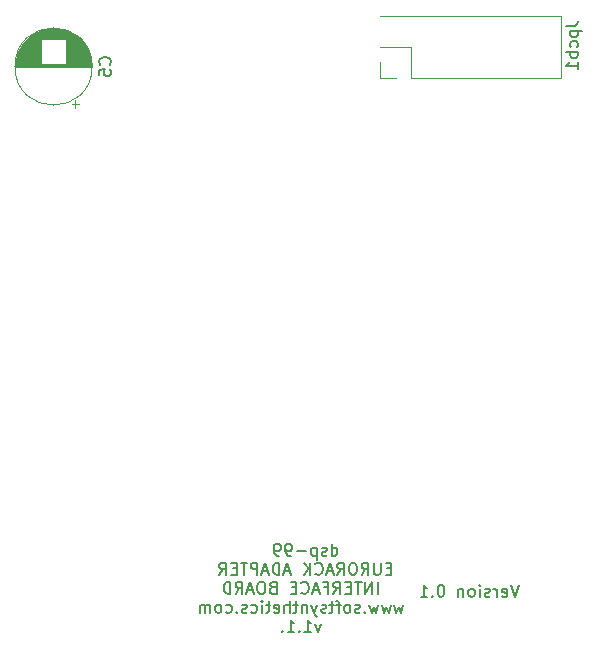
<source format=gbr>
%TF.GenerationSoftware,KiCad,Pcbnew,7.0.6*%
%TF.CreationDate,2023-10-15T17:56:32+01:00*%
%TF.ProjectId,DSP 1.1,44535020-312e-4312-9e6b-696361645f70,rev?*%
%TF.SameCoordinates,Original*%
%TF.FileFunction,Legend,Bot*%
%TF.FilePolarity,Positive*%
%FSLAX46Y46*%
G04 Gerber Fmt 4.6, Leading zero omitted, Abs format (unit mm)*
G04 Created by KiCad (PCBNEW 7.0.6) date 2023-10-15 17:56:32*
%MOMM*%
%LPD*%
G01*
G04 APERTURE LIST*
%ADD10C,0.150000*%
%ADD11C,0.120000*%
G04 APERTURE END LIST*
D10*
X78795238Y-86960319D02*
X78795238Y-85960319D01*
X78795238Y-86912700D02*
X78890476Y-86960319D01*
X78890476Y-86960319D02*
X79080952Y-86960319D01*
X79080952Y-86960319D02*
X79176190Y-86912700D01*
X79176190Y-86912700D02*
X79223809Y-86865080D01*
X79223809Y-86865080D02*
X79271428Y-86769842D01*
X79271428Y-86769842D02*
X79271428Y-86484128D01*
X79271428Y-86484128D02*
X79223809Y-86388890D01*
X79223809Y-86388890D02*
X79176190Y-86341271D01*
X79176190Y-86341271D02*
X79080952Y-86293652D01*
X79080952Y-86293652D02*
X78890476Y-86293652D01*
X78890476Y-86293652D02*
X78795238Y-86341271D01*
X78366666Y-86912700D02*
X78271428Y-86960319D01*
X78271428Y-86960319D02*
X78080952Y-86960319D01*
X78080952Y-86960319D02*
X77985714Y-86912700D01*
X77985714Y-86912700D02*
X77938095Y-86817461D01*
X77938095Y-86817461D02*
X77938095Y-86769842D01*
X77938095Y-86769842D02*
X77985714Y-86674604D01*
X77985714Y-86674604D02*
X78080952Y-86626985D01*
X78080952Y-86626985D02*
X78223809Y-86626985D01*
X78223809Y-86626985D02*
X78319047Y-86579366D01*
X78319047Y-86579366D02*
X78366666Y-86484128D01*
X78366666Y-86484128D02*
X78366666Y-86436509D01*
X78366666Y-86436509D02*
X78319047Y-86341271D01*
X78319047Y-86341271D02*
X78223809Y-86293652D01*
X78223809Y-86293652D02*
X78080952Y-86293652D01*
X78080952Y-86293652D02*
X77985714Y-86341271D01*
X77509523Y-86293652D02*
X77509523Y-87293652D01*
X77509523Y-86341271D02*
X77414285Y-86293652D01*
X77414285Y-86293652D02*
X77223809Y-86293652D01*
X77223809Y-86293652D02*
X77128571Y-86341271D01*
X77128571Y-86341271D02*
X77080952Y-86388890D01*
X77080952Y-86388890D02*
X77033333Y-86484128D01*
X77033333Y-86484128D02*
X77033333Y-86769842D01*
X77033333Y-86769842D02*
X77080952Y-86865080D01*
X77080952Y-86865080D02*
X77128571Y-86912700D01*
X77128571Y-86912700D02*
X77223809Y-86960319D01*
X77223809Y-86960319D02*
X77414285Y-86960319D01*
X77414285Y-86960319D02*
X77509523Y-86912700D01*
X76604761Y-86579366D02*
X75842857Y-86579366D01*
X75319047Y-86960319D02*
X75128571Y-86960319D01*
X75128571Y-86960319D02*
X75033333Y-86912700D01*
X75033333Y-86912700D02*
X74985714Y-86865080D01*
X74985714Y-86865080D02*
X74890476Y-86722223D01*
X74890476Y-86722223D02*
X74842857Y-86531747D01*
X74842857Y-86531747D02*
X74842857Y-86150795D01*
X74842857Y-86150795D02*
X74890476Y-86055557D01*
X74890476Y-86055557D02*
X74938095Y-86007938D01*
X74938095Y-86007938D02*
X75033333Y-85960319D01*
X75033333Y-85960319D02*
X75223809Y-85960319D01*
X75223809Y-85960319D02*
X75319047Y-86007938D01*
X75319047Y-86007938D02*
X75366666Y-86055557D01*
X75366666Y-86055557D02*
X75414285Y-86150795D01*
X75414285Y-86150795D02*
X75414285Y-86388890D01*
X75414285Y-86388890D02*
X75366666Y-86484128D01*
X75366666Y-86484128D02*
X75319047Y-86531747D01*
X75319047Y-86531747D02*
X75223809Y-86579366D01*
X75223809Y-86579366D02*
X75033333Y-86579366D01*
X75033333Y-86579366D02*
X74938095Y-86531747D01*
X74938095Y-86531747D02*
X74890476Y-86484128D01*
X74890476Y-86484128D02*
X74842857Y-86388890D01*
X74366666Y-86960319D02*
X74176190Y-86960319D01*
X74176190Y-86960319D02*
X74080952Y-86912700D01*
X74080952Y-86912700D02*
X74033333Y-86865080D01*
X74033333Y-86865080D02*
X73938095Y-86722223D01*
X73938095Y-86722223D02*
X73890476Y-86531747D01*
X73890476Y-86531747D02*
X73890476Y-86150795D01*
X73890476Y-86150795D02*
X73938095Y-86055557D01*
X73938095Y-86055557D02*
X73985714Y-86007938D01*
X73985714Y-86007938D02*
X74080952Y-85960319D01*
X74080952Y-85960319D02*
X74271428Y-85960319D01*
X74271428Y-85960319D02*
X74366666Y-86007938D01*
X74366666Y-86007938D02*
X74414285Y-86055557D01*
X74414285Y-86055557D02*
X74461904Y-86150795D01*
X74461904Y-86150795D02*
X74461904Y-86388890D01*
X74461904Y-86388890D02*
X74414285Y-86484128D01*
X74414285Y-86484128D02*
X74366666Y-86531747D01*
X74366666Y-86531747D02*
X74271428Y-86579366D01*
X74271428Y-86579366D02*
X74080952Y-86579366D01*
X74080952Y-86579366D02*
X73985714Y-86531747D01*
X73985714Y-86531747D02*
X73938095Y-86484128D01*
X73938095Y-86484128D02*
X73890476Y-86388890D01*
X83842857Y-88046509D02*
X83509524Y-88046509D01*
X83366667Y-88570319D02*
X83842857Y-88570319D01*
X83842857Y-88570319D02*
X83842857Y-87570319D01*
X83842857Y-87570319D02*
X83366667Y-87570319D01*
X82938095Y-87570319D02*
X82938095Y-88379842D01*
X82938095Y-88379842D02*
X82890476Y-88475080D01*
X82890476Y-88475080D02*
X82842857Y-88522700D01*
X82842857Y-88522700D02*
X82747619Y-88570319D01*
X82747619Y-88570319D02*
X82557143Y-88570319D01*
X82557143Y-88570319D02*
X82461905Y-88522700D01*
X82461905Y-88522700D02*
X82414286Y-88475080D01*
X82414286Y-88475080D02*
X82366667Y-88379842D01*
X82366667Y-88379842D02*
X82366667Y-87570319D01*
X81319048Y-88570319D02*
X81652381Y-88094128D01*
X81890476Y-88570319D02*
X81890476Y-87570319D01*
X81890476Y-87570319D02*
X81509524Y-87570319D01*
X81509524Y-87570319D02*
X81414286Y-87617938D01*
X81414286Y-87617938D02*
X81366667Y-87665557D01*
X81366667Y-87665557D02*
X81319048Y-87760795D01*
X81319048Y-87760795D02*
X81319048Y-87903652D01*
X81319048Y-87903652D02*
X81366667Y-87998890D01*
X81366667Y-87998890D02*
X81414286Y-88046509D01*
X81414286Y-88046509D02*
X81509524Y-88094128D01*
X81509524Y-88094128D02*
X81890476Y-88094128D01*
X80700000Y-87570319D02*
X80509524Y-87570319D01*
X80509524Y-87570319D02*
X80414286Y-87617938D01*
X80414286Y-87617938D02*
X80319048Y-87713176D01*
X80319048Y-87713176D02*
X80271429Y-87903652D01*
X80271429Y-87903652D02*
X80271429Y-88236985D01*
X80271429Y-88236985D02*
X80319048Y-88427461D01*
X80319048Y-88427461D02*
X80414286Y-88522700D01*
X80414286Y-88522700D02*
X80509524Y-88570319D01*
X80509524Y-88570319D02*
X80700000Y-88570319D01*
X80700000Y-88570319D02*
X80795238Y-88522700D01*
X80795238Y-88522700D02*
X80890476Y-88427461D01*
X80890476Y-88427461D02*
X80938095Y-88236985D01*
X80938095Y-88236985D02*
X80938095Y-87903652D01*
X80938095Y-87903652D02*
X80890476Y-87713176D01*
X80890476Y-87713176D02*
X80795238Y-87617938D01*
X80795238Y-87617938D02*
X80700000Y-87570319D01*
X79271429Y-88570319D02*
X79604762Y-88094128D01*
X79842857Y-88570319D02*
X79842857Y-87570319D01*
X79842857Y-87570319D02*
X79461905Y-87570319D01*
X79461905Y-87570319D02*
X79366667Y-87617938D01*
X79366667Y-87617938D02*
X79319048Y-87665557D01*
X79319048Y-87665557D02*
X79271429Y-87760795D01*
X79271429Y-87760795D02*
X79271429Y-87903652D01*
X79271429Y-87903652D02*
X79319048Y-87998890D01*
X79319048Y-87998890D02*
X79366667Y-88046509D01*
X79366667Y-88046509D02*
X79461905Y-88094128D01*
X79461905Y-88094128D02*
X79842857Y-88094128D01*
X78890476Y-88284604D02*
X78414286Y-88284604D01*
X78985714Y-88570319D02*
X78652381Y-87570319D01*
X78652381Y-87570319D02*
X78319048Y-88570319D01*
X77414286Y-88475080D02*
X77461905Y-88522700D01*
X77461905Y-88522700D02*
X77604762Y-88570319D01*
X77604762Y-88570319D02*
X77700000Y-88570319D01*
X77700000Y-88570319D02*
X77842857Y-88522700D01*
X77842857Y-88522700D02*
X77938095Y-88427461D01*
X77938095Y-88427461D02*
X77985714Y-88332223D01*
X77985714Y-88332223D02*
X78033333Y-88141747D01*
X78033333Y-88141747D02*
X78033333Y-87998890D01*
X78033333Y-87998890D02*
X77985714Y-87808414D01*
X77985714Y-87808414D02*
X77938095Y-87713176D01*
X77938095Y-87713176D02*
X77842857Y-87617938D01*
X77842857Y-87617938D02*
X77700000Y-87570319D01*
X77700000Y-87570319D02*
X77604762Y-87570319D01*
X77604762Y-87570319D02*
X77461905Y-87617938D01*
X77461905Y-87617938D02*
X77414286Y-87665557D01*
X76985714Y-88570319D02*
X76985714Y-87570319D01*
X76414286Y-88570319D02*
X76842857Y-87998890D01*
X76414286Y-87570319D02*
X76985714Y-88141747D01*
X75271428Y-88284604D02*
X74795238Y-88284604D01*
X75366666Y-88570319D02*
X75033333Y-87570319D01*
X75033333Y-87570319D02*
X74700000Y-88570319D01*
X74366666Y-88570319D02*
X74366666Y-87570319D01*
X74366666Y-87570319D02*
X74128571Y-87570319D01*
X74128571Y-87570319D02*
X73985714Y-87617938D01*
X73985714Y-87617938D02*
X73890476Y-87713176D01*
X73890476Y-87713176D02*
X73842857Y-87808414D01*
X73842857Y-87808414D02*
X73795238Y-87998890D01*
X73795238Y-87998890D02*
X73795238Y-88141747D01*
X73795238Y-88141747D02*
X73842857Y-88332223D01*
X73842857Y-88332223D02*
X73890476Y-88427461D01*
X73890476Y-88427461D02*
X73985714Y-88522700D01*
X73985714Y-88522700D02*
X74128571Y-88570319D01*
X74128571Y-88570319D02*
X74366666Y-88570319D01*
X73414285Y-88284604D02*
X72938095Y-88284604D01*
X73509523Y-88570319D02*
X73176190Y-87570319D01*
X73176190Y-87570319D02*
X72842857Y-88570319D01*
X72509523Y-88570319D02*
X72509523Y-87570319D01*
X72509523Y-87570319D02*
X72128571Y-87570319D01*
X72128571Y-87570319D02*
X72033333Y-87617938D01*
X72033333Y-87617938D02*
X71985714Y-87665557D01*
X71985714Y-87665557D02*
X71938095Y-87760795D01*
X71938095Y-87760795D02*
X71938095Y-87903652D01*
X71938095Y-87903652D02*
X71985714Y-87998890D01*
X71985714Y-87998890D02*
X72033333Y-88046509D01*
X72033333Y-88046509D02*
X72128571Y-88094128D01*
X72128571Y-88094128D02*
X72509523Y-88094128D01*
X71652380Y-87570319D02*
X71080952Y-87570319D01*
X71366666Y-88570319D02*
X71366666Y-87570319D01*
X70747618Y-88046509D02*
X70414285Y-88046509D01*
X70271428Y-88570319D02*
X70747618Y-88570319D01*
X70747618Y-88570319D02*
X70747618Y-87570319D01*
X70747618Y-87570319D02*
X70271428Y-87570319D01*
X69271428Y-88570319D02*
X69604761Y-88094128D01*
X69842856Y-88570319D02*
X69842856Y-87570319D01*
X69842856Y-87570319D02*
X69461904Y-87570319D01*
X69461904Y-87570319D02*
X69366666Y-87617938D01*
X69366666Y-87617938D02*
X69319047Y-87665557D01*
X69319047Y-87665557D02*
X69271428Y-87760795D01*
X69271428Y-87760795D02*
X69271428Y-87903652D01*
X69271428Y-87903652D02*
X69319047Y-87998890D01*
X69319047Y-87998890D02*
X69366666Y-88046509D01*
X69366666Y-88046509D02*
X69461904Y-88094128D01*
X69461904Y-88094128D02*
X69842856Y-88094128D01*
X82699999Y-90180319D02*
X82699999Y-89180319D01*
X82223809Y-90180319D02*
X82223809Y-89180319D01*
X82223809Y-89180319D02*
X81652381Y-90180319D01*
X81652381Y-90180319D02*
X81652381Y-89180319D01*
X81319047Y-89180319D02*
X80747619Y-89180319D01*
X81033333Y-90180319D02*
X81033333Y-89180319D01*
X80414285Y-89656509D02*
X80080952Y-89656509D01*
X79938095Y-90180319D02*
X80414285Y-90180319D01*
X80414285Y-90180319D02*
X80414285Y-89180319D01*
X80414285Y-89180319D02*
X79938095Y-89180319D01*
X78938095Y-90180319D02*
X79271428Y-89704128D01*
X79509523Y-90180319D02*
X79509523Y-89180319D01*
X79509523Y-89180319D02*
X79128571Y-89180319D01*
X79128571Y-89180319D02*
X79033333Y-89227938D01*
X79033333Y-89227938D02*
X78985714Y-89275557D01*
X78985714Y-89275557D02*
X78938095Y-89370795D01*
X78938095Y-89370795D02*
X78938095Y-89513652D01*
X78938095Y-89513652D02*
X78985714Y-89608890D01*
X78985714Y-89608890D02*
X79033333Y-89656509D01*
X79033333Y-89656509D02*
X79128571Y-89704128D01*
X79128571Y-89704128D02*
X79509523Y-89704128D01*
X78176190Y-89656509D02*
X78509523Y-89656509D01*
X78509523Y-90180319D02*
X78509523Y-89180319D01*
X78509523Y-89180319D02*
X78033333Y-89180319D01*
X77699999Y-89894604D02*
X77223809Y-89894604D01*
X77795237Y-90180319D02*
X77461904Y-89180319D01*
X77461904Y-89180319D02*
X77128571Y-90180319D01*
X76223809Y-90085080D02*
X76271428Y-90132700D01*
X76271428Y-90132700D02*
X76414285Y-90180319D01*
X76414285Y-90180319D02*
X76509523Y-90180319D01*
X76509523Y-90180319D02*
X76652380Y-90132700D01*
X76652380Y-90132700D02*
X76747618Y-90037461D01*
X76747618Y-90037461D02*
X76795237Y-89942223D01*
X76795237Y-89942223D02*
X76842856Y-89751747D01*
X76842856Y-89751747D02*
X76842856Y-89608890D01*
X76842856Y-89608890D02*
X76795237Y-89418414D01*
X76795237Y-89418414D02*
X76747618Y-89323176D01*
X76747618Y-89323176D02*
X76652380Y-89227938D01*
X76652380Y-89227938D02*
X76509523Y-89180319D01*
X76509523Y-89180319D02*
X76414285Y-89180319D01*
X76414285Y-89180319D02*
X76271428Y-89227938D01*
X76271428Y-89227938D02*
X76223809Y-89275557D01*
X75795237Y-89656509D02*
X75461904Y-89656509D01*
X75319047Y-90180319D02*
X75795237Y-90180319D01*
X75795237Y-90180319D02*
X75795237Y-89180319D01*
X75795237Y-89180319D02*
X75319047Y-89180319D01*
X73795237Y-89656509D02*
X73652380Y-89704128D01*
X73652380Y-89704128D02*
X73604761Y-89751747D01*
X73604761Y-89751747D02*
X73557142Y-89846985D01*
X73557142Y-89846985D02*
X73557142Y-89989842D01*
X73557142Y-89989842D02*
X73604761Y-90085080D01*
X73604761Y-90085080D02*
X73652380Y-90132700D01*
X73652380Y-90132700D02*
X73747618Y-90180319D01*
X73747618Y-90180319D02*
X74128570Y-90180319D01*
X74128570Y-90180319D02*
X74128570Y-89180319D01*
X74128570Y-89180319D02*
X73795237Y-89180319D01*
X73795237Y-89180319D02*
X73699999Y-89227938D01*
X73699999Y-89227938D02*
X73652380Y-89275557D01*
X73652380Y-89275557D02*
X73604761Y-89370795D01*
X73604761Y-89370795D02*
X73604761Y-89466033D01*
X73604761Y-89466033D02*
X73652380Y-89561271D01*
X73652380Y-89561271D02*
X73699999Y-89608890D01*
X73699999Y-89608890D02*
X73795237Y-89656509D01*
X73795237Y-89656509D02*
X74128570Y-89656509D01*
X72938094Y-89180319D02*
X72747618Y-89180319D01*
X72747618Y-89180319D02*
X72652380Y-89227938D01*
X72652380Y-89227938D02*
X72557142Y-89323176D01*
X72557142Y-89323176D02*
X72509523Y-89513652D01*
X72509523Y-89513652D02*
X72509523Y-89846985D01*
X72509523Y-89846985D02*
X72557142Y-90037461D01*
X72557142Y-90037461D02*
X72652380Y-90132700D01*
X72652380Y-90132700D02*
X72747618Y-90180319D01*
X72747618Y-90180319D02*
X72938094Y-90180319D01*
X72938094Y-90180319D02*
X73033332Y-90132700D01*
X73033332Y-90132700D02*
X73128570Y-90037461D01*
X73128570Y-90037461D02*
X73176189Y-89846985D01*
X73176189Y-89846985D02*
X73176189Y-89513652D01*
X73176189Y-89513652D02*
X73128570Y-89323176D01*
X73128570Y-89323176D02*
X73033332Y-89227938D01*
X73033332Y-89227938D02*
X72938094Y-89180319D01*
X72128570Y-89894604D02*
X71652380Y-89894604D01*
X72223808Y-90180319D02*
X71890475Y-89180319D01*
X71890475Y-89180319D02*
X71557142Y-90180319D01*
X70652380Y-90180319D02*
X70985713Y-89704128D01*
X71223808Y-90180319D02*
X71223808Y-89180319D01*
X71223808Y-89180319D02*
X70842856Y-89180319D01*
X70842856Y-89180319D02*
X70747618Y-89227938D01*
X70747618Y-89227938D02*
X70699999Y-89275557D01*
X70699999Y-89275557D02*
X70652380Y-89370795D01*
X70652380Y-89370795D02*
X70652380Y-89513652D01*
X70652380Y-89513652D02*
X70699999Y-89608890D01*
X70699999Y-89608890D02*
X70747618Y-89656509D01*
X70747618Y-89656509D02*
X70842856Y-89704128D01*
X70842856Y-89704128D02*
X71223808Y-89704128D01*
X70223808Y-90180319D02*
X70223808Y-89180319D01*
X70223808Y-89180319D02*
X69985713Y-89180319D01*
X69985713Y-89180319D02*
X69842856Y-89227938D01*
X69842856Y-89227938D02*
X69747618Y-89323176D01*
X69747618Y-89323176D02*
X69699999Y-89418414D01*
X69699999Y-89418414D02*
X69652380Y-89608890D01*
X69652380Y-89608890D02*
X69652380Y-89751747D01*
X69652380Y-89751747D02*
X69699999Y-89942223D01*
X69699999Y-89942223D02*
X69747618Y-90037461D01*
X69747618Y-90037461D02*
X69842856Y-90132700D01*
X69842856Y-90132700D02*
X69985713Y-90180319D01*
X69985713Y-90180319D02*
X70223808Y-90180319D01*
X84842857Y-91123652D02*
X84652381Y-91790319D01*
X84652381Y-91790319D02*
X84461905Y-91314128D01*
X84461905Y-91314128D02*
X84271429Y-91790319D01*
X84271429Y-91790319D02*
X84080953Y-91123652D01*
X83795238Y-91123652D02*
X83604762Y-91790319D01*
X83604762Y-91790319D02*
X83414286Y-91314128D01*
X83414286Y-91314128D02*
X83223810Y-91790319D01*
X83223810Y-91790319D02*
X83033334Y-91123652D01*
X82747619Y-91123652D02*
X82557143Y-91790319D01*
X82557143Y-91790319D02*
X82366667Y-91314128D01*
X82366667Y-91314128D02*
X82176191Y-91790319D01*
X82176191Y-91790319D02*
X81985715Y-91123652D01*
X81604762Y-91695080D02*
X81557143Y-91742700D01*
X81557143Y-91742700D02*
X81604762Y-91790319D01*
X81604762Y-91790319D02*
X81652381Y-91742700D01*
X81652381Y-91742700D02*
X81604762Y-91695080D01*
X81604762Y-91695080D02*
X81604762Y-91790319D01*
X81176191Y-91742700D02*
X81080953Y-91790319D01*
X81080953Y-91790319D02*
X80890477Y-91790319D01*
X80890477Y-91790319D02*
X80795239Y-91742700D01*
X80795239Y-91742700D02*
X80747620Y-91647461D01*
X80747620Y-91647461D02*
X80747620Y-91599842D01*
X80747620Y-91599842D02*
X80795239Y-91504604D01*
X80795239Y-91504604D02*
X80890477Y-91456985D01*
X80890477Y-91456985D02*
X81033334Y-91456985D01*
X81033334Y-91456985D02*
X81128572Y-91409366D01*
X81128572Y-91409366D02*
X81176191Y-91314128D01*
X81176191Y-91314128D02*
X81176191Y-91266509D01*
X81176191Y-91266509D02*
X81128572Y-91171271D01*
X81128572Y-91171271D02*
X81033334Y-91123652D01*
X81033334Y-91123652D02*
X80890477Y-91123652D01*
X80890477Y-91123652D02*
X80795239Y-91171271D01*
X80176191Y-91790319D02*
X80271429Y-91742700D01*
X80271429Y-91742700D02*
X80319048Y-91695080D01*
X80319048Y-91695080D02*
X80366667Y-91599842D01*
X80366667Y-91599842D02*
X80366667Y-91314128D01*
X80366667Y-91314128D02*
X80319048Y-91218890D01*
X80319048Y-91218890D02*
X80271429Y-91171271D01*
X80271429Y-91171271D02*
X80176191Y-91123652D01*
X80176191Y-91123652D02*
X80033334Y-91123652D01*
X80033334Y-91123652D02*
X79938096Y-91171271D01*
X79938096Y-91171271D02*
X79890477Y-91218890D01*
X79890477Y-91218890D02*
X79842858Y-91314128D01*
X79842858Y-91314128D02*
X79842858Y-91599842D01*
X79842858Y-91599842D02*
X79890477Y-91695080D01*
X79890477Y-91695080D02*
X79938096Y-91742700D01*
X79938096Y-91742700D02*
X80033334Y-91790319D01*
X80033334Y-91790319D02*
X80176191Y-91790319D01*
X79557143Y-91123652D02*
X79176191Y-91123652D01*
X79414286Y-91790319D02*
X79414286Y-90933176D01*
X79414286Y-90933176D02*
X79366667Y-90837938D01*
X79366667Y-90837938D02*
X79271429Y-90790319D01*
X79271429Y-90790319D02*
X79176191Y-90790319D01*
X78985714Y-91123652D02*
X78604762Y-91123652D01*
X78842857Y-90790319D02*
X78842857Y-91647461D01*
X78842857Y-91647461D02*
X78795238Y-91742700D01*
X78795238Y-91742700D02*
X78700000Y-91790319D01*
X78700000Y-91790319D02*
X78604762Y-91790319D01*
X78319047Y-91742700D02*
X78223809Y-91790319D01*
X78223809Y-91790319D02*
X78033333Y-91790319D01*
X78033333Y-91790319D02*
X77938095Y-91742700D01*
X77938095Y-91742700D02*
X77890476Y-91647461D01*
X77890476Y-91647461D02*
X77890476Y-91599842D01*
X77890476Y-91599842D02*
X77938095Y-91504604D01*
X77938095Y-91504604D02*
X78033333Y-91456985D01*
X78033333Y-91456985D02*
X78176190Y-91456985D01*
X78176190Y-91456985D02*
X78271428Y-91409366D01*
X78271428Y-91409366D02*
X78319047Y-91314128D01*
X78319047Y-91314128D02*
X78319047Y-91266509D01*
X78319047Y-91266509D02*
X78271428Y-91171271D01*
X78271428Y-91171271D02*
X78176190Y-91123652D01*
X78176190Y-91123652D02*
X78033333Y-91123652D01*
X78033333Y-91123652D02*
X77938095Y-91171271D01*
X77557142Y-91123652D02*
X77319047Y-91790319D01*
X77080952Y-91123652D02*
X77319047Y-91790319D01*
X77319047Y-91790319D02*
X77414285Y-92028414D01*
X77414285Y-92028414D02*
X77461904Y-92076033D01*
X77461904Y-92076033D02*
X77557142Y-92123652D01*
X76699999Y-91123652D02*
X76699999Y-91790319D01*
X76699999Y-91218890D02*
X76652380Y-91171271D01*
X76652380Y-91171271D02*
X76557142Y-91123652D01*
X76557142Y-91123652D02*
X76414285Y-91123652D01*
X76414285Y-91123652D02*
X76319047Y-91171271D01*
X76319047Y-91171271D02*
X76271428Y-91266509D01*
X76271428Y-91266509D02*
X76271428Y-91790319D01*
X75938094Y-91123652D02*
X75557142Y-91123652D01*
X75795237Y-90790319D02*
X75795237Y-91647461D01*
X75795237Y-91647461D02*
X75747618Y-91742700D01*
X75747618Y-91742700D02*
X75652380Y-91790319D01*
X75652380Y-91790319D02*
X75557142Y-91790319D01*
X75223808Y-91790319D02*
X75223808Y-90790319D01*
X74795237Y-91790319D02*
X74795237Y-91266509D01*
X74795237Y-91266509D02*
X74842856Y-91171271D01*
X74842856Y-91171271D02*
X74938094Y-91123652D01*
X74938094Y-91123652D02*
X75080951Y-91123652D01*
X75080951Y-91123652D02*
X75176189Y-91171271D01*
X75176189Y-91171271D02*
X75223808Y-91218890D01*
X73938094Y-91742700D02*
X74033332Y-91790319D01*
X74033332Y-91790319D02*
X74223808Y-91790319D01*
X74223808Y-91790319D02*
X74319046Y-91742700D01*
X74319046Y-91742700D02*
X74366665Y-91647461D01*
X74366665Y-91647461D02*
X74366665Y-91266509D01*
X74366665Y-91266509D02*
X74319046Y-91171271D01*
X74319046Y-91171271D02*
X74223808Y-91123652D01*
X74223808Y-91123652D02*
X74033332Y-91123652D01*
X74033332Y-91123652D02*
X73938094Y-91171271D01*
X73938094Y-91171271D02*
X73890475Y-91266509D01*
X73890475Y-91266509D02*
X73890475Y-91361747D01*
X73890475Y-91361747D02*
X74366665Y-91456985D01*
X73604760Y-91123652D02*
X73223808Y-91123652D01*
X73461903Y-90790319D02*
X73461903Y-91647461D01*
X73461903Y-91647461D02*
X73414284Y-91742700D01*
X73414284Y-91742700D02*
X73319046Y-91790319D01*
X73319046Y-91790319D02*
X73223808Y-91790319D01*
X72890474Y-91790319D02*
X72890474Y-91123652D01*
X72890474Y-90790319D02*
X72938093Y-90837938D01*
X72938093Y-90837938D02*
X72890474Y-90885557D01*
X72890474Y-90885557D02*
X72842855Y-90837938D01*
X72842855Y-90837938D02*
X72890474Y-90790319D01*
X72890474Y-90790319D02*
X72890474Y-90885557D01*
X71985713Y-91742700D02*
X72080951Y-91790319D01*
X72080951Y-91790319D02*
X72271427Y-91790319D01*
X72271427Y-91790319D02*
X72366665Y-91742700D01*
X72366665Y-91742700D02*
X72414284Y-91695080D01*
X72414284Y-91695080D02*
X72461903Y-91599842D01*
X72461903Y-91599842D02*
X72461903Y-91314128D01*
X72461903Y-91314128D02*
X72414284Y-91218890D01*
X72414284Y-91218890D02*
X72366665Y-91171271D01*
X72366665Y-91171271D02*
X72271427Y-91123652D01*
X72271427Y-91123652D02*
X72080951Y-91123652D01*
X72080951Y-91123652D02*
X71985713Y-91171271D01*
X71604760Y-91742700D02*
X71509522Y-91790319D01*
X71509522Y-91790319D02*
X71319046Y-91790319D01*
X71319046Y-91790319D02*
X71223808Y-91742700D01*
X71223808Y-91742700D02*
X71176189Y-91647461D01*
X71176189Y-91647461D02*
X71176189Y-91599842D01*
X71176189Y-91599842D02*
X71223808Y-91504604D01*
X71223808Y-91504604D02*
X71319046Y-91456985D01*
X71319046Y-91456985D02*
X71461903Y-91456985D01*
X71461903Y-91456985D02*
X71557141Y-91409366D01*
X71557141Y-91409366D02*
X71604760Y-91314128D01*
X71604760Y-91314128D02*
X71604760Y-91266509D01*
X71604760Y-91266509D02*
X71557141Y-91171271D01*
X71557141Y-91171271D02*
X71461903Y-91123652D01*
X71461903Y-91123652D02*
X71319046Y-91123652D01*
X71319046Y-91123652D02*
X71223808Y-91171271D01*
X70747617Y-91695080D02*
X70699998Y-91742700D01*
X70699998Y-91742700D02*
X70747617Y-91790319D01*
X70747617Y-91790319D02*
X70795236Y-91742700D01*
X70795236Y-91742700D02*
X70747617Y-91695080D01*
X70747617Y-91695080D02*
X70747617Y-91790319D01*
X69842856Y-91742700D02*
X69938094Y-91790319D01*
X69938094Y-91790319D02*
X70128570Y-91790319D01*
X70128570Y-91790319D02*
X70223808Y-91742700D01*
X70223808Y-91742700D02*
X70271427Y-91695080D01*
X70271427Y-91695080D02*
X70319046Y-91599842D01*
X70319046Y-91599842D02*
X70319046Y-91314128D01*
X70319046Y-91314128D02*
X70271427Y-91218890D01*
X70271427Y-91218890D02*
X70223808Y-91171271D01*
X70223808Y-91171271D02*
X70128570Y-91123652D01*
X70128570Y-91123652D02*
X69938094Y-91123652D01*
X69938094Y-91123652D02*
X69842856Y-91171271D01*
X69271427Y-91790319D02*
X69366665Y-91742700D01*
X69366665Y-91742700D02*
X69414284Y-91695080D01*
X69414284Y-91695080D02*
X69461903Y-91599842D01*
X69461903Y-91599842D02*
X69461903Y-91314128D01*
X69461903Y-91314128D02*
X69414284Y-91218890D01*
X69414284Y-91218890D02*
X69366665Y-91171271D01*
X69366665Y-91171271D02*
X69271427Y-91123652D01*
X69271427Y-91123652D02*
X69128570Y-91123652D01*
X69128570Y-91123652D02*
X69033332Y-91171271D01*
X69033332Y-91171271D02*
X68985713Y-91218890D01*
X68985713Y-91218890D02*
X68938094Y-91314128D01*
X68938094Y-91314128D02*
X68938094Y-91599842D01*
X68938094Y-91599842D02*
X68985713Y-91695080D01*
X68985713Y-91695080D02*
X69033332Y-91742700D01*
X69033332Y-91742700D02*
X69128570Y-91790319D01*
X69128570Y-91790319D02*
X69271427Y-91790319D01*
X68509522Y-91790319D02*
X68509522Y-91123652D01*
X68509522Y-91218890D02*
X68461903Y-91171271D01*
X68461903Y-91171271D02*
X68366665Y-91123652D01*
X68366665Y-91123652D02*
X68223808Y-91123652D01*
X68223808Y-91123652D02*
X68128570Y-91171271D01*
X68128570Y-91171271D02*
X68080951Y-91266509D01*
X68080951Y-91266509D02*
X68080951Y-91790319D01*
X68080951Y-91266509D02*
X68033332Y-91171271D01*
X68033332Y-91171271D02*
X67938094Y-91123652D01*
X67938094Y-91123652D02*
X67795237Y-91123652D01*
X67795237Y-91123652D02*
X67699998Y-91171271D01*
X67699998Y-91171271D02*
X67652379Y-91266509D01*
X67652379Y-91266509D02*
X67652379Y-91790319D01*
X77866665Y-92733652D02*
X77628570Y-93400319D01*
X77628570Y-93400319D02*
X77390475Y-92733652D01*
X76485713Y-93400319D02*
X77057141Y-93400319D01*
X76771427Y-93400319D02*
X76771427Y-92400319D01*
X76771427Y-92400319D02*
X76866665Y-92543176D01*
X76866665Y-92543176D02*
X76961903Y-92638414D01*
X76961903Y-92638414D02*
X77057141Y-92686033D01*
X76057141Y-93305080D02*
X76009522Y-93352700D01*
X76009522Y-93352700D02*
X76057141Y-93400319D01*
X76057141Y-93400319D02*
X76104760Y-93352700D01*
X76104760Y-93352700D02*
X76057141Y-93305080D01*
X76057141Y-93305080D02*
X76057141Y-93400319D01*
X75057142Y-93400319D02*
X75628570Y-93400319D01*
X75342856Y-93400319D02*
X75342856Y-92400319D01*
X75342856Y-92400319D02*
X75438094Y-92543176D01*
X75438094Y-92543176D02*
X75533332Y-92638414D01*
X75533332Y-92638414D02*
X75628570Y-92686033D01*
X74628570Y-93305080D02*
X74580951Y-93352700D01*
X74580951Y-93352700D02*
X74628570Y-93400319D01*
X74628570Y-93400319D02*
X74676189Y-93352700D01*
X74676189Y-93352700D02*
X74628570Y-93305080D01*
X74628570Y-93305080D02*
X74628570Y-93400319D01*
X94614475Y-89434319D02*
X94281142Y-90434319D01*
X94281142Y-90434319D02*
X93947809Y-89434319D01*
X93233523Y-90386700D02*
X93328761Y-90434319D01*
X93328761Y-90434319D02*
X93519237Y-90434319D01*
X93519237Y-90434319D02*
X93614475Y-90386700D01*
X93614475Y-90386700D02*
X93662094Y-90291461D01*
X93662094Y-90291461D02*
X93662094Y-89910509D01*
X93662094Y-89910509D02*
X93614475Y-89815271D01*
X93614475Y-89815271D02*
X93519237Y-89767652D01*
X93519237Y-89767652D02*
X93328761Y-89767652D01*
X93328761Y-89767652D02*
X93233523Y-89815271D01*
X93233523Y-89815271D02*
X93185904Y-89910509D01*
X93185904Y-89910509D02*
X93185904Y-90005747D01*
X93185904Y-90005747D02*
X93662094Y-90100985D01*
X92757332Y-90434319D02*
X92757332Y-89767652D01*
X92757332Y-89958128D02*
X92709713Y-89862890D01*
X92709713Y-89862890D02*
X92662094Y-89815271D01*
X92662094Y-89815271D02*
X92566856Y-89767652D01*
X92566856Y-89767652D02*
X92471618Y-89767652D01*
X92185903Y-90386700D02*
X92090665Y-90434319D01*
X92090665Y-90434319D02*
X91900189Y-90434319D01*
X91900189Y-90434319D02*
X91804951Y-90386700D01*
X91804951Y-90386700D02*
X91757332Y-90291461D01*
X91757332Y-90291461D02*
X91757332Y-90243842D01*
X91757332Y-90243842D02*
X91804951Y-90148604D01*
X91804951Y-90148604D02*
X91900189Y-90100985D01*
X91900189Y-90100985D02*
X92043046Y-90100985D01*
X92043046Y-90100985D02*
X92138284Y-90053366D01*
X92138284Y-90053366D02*
X92185903Y-89958128D01*
X92185903Y-89958128D02*
X92185903Y-89910509D01*
X92185903Y-89910509D02*
X92138284Y-89815271D01*
X92138284Y-89815271D02*
X92043046Y-89767652D01*
X92043046Y-89767652D02*
X91900189Y-89767652D01*
X91900189Y-89767652D02*
X91804951Y-89815271D01*
X91328760Y-90434319D02*
X91328760Y-89767652D01*
X91328760Y-89434319D02*
X91376379Y-89481938D01*
X91376379Y-89481938D02*
X91328760Y-89529557D01*
X91328760Y-89529557D02*
X91281141Y-89481938D01*
X91281141Y-89481938D02*
X91328760Y-89434319D01*
X91328760Y-89434319D02*
X91328760Y-89529557D01*
X90709713Y-90434319D02*
X90804951Y-90386700D01*
X90804951Y-90386700D02*
X90852570Y-90339080D01*
X90852570Y-90339080D02*
X90900189Y-90243842D01*
X90900189Y-90243842D02*
X90900189Y-89958128D01*
X90900189Y-89958128D02*
X90852570Y-89862890D01*
X90852570Y-89862890D02*
X90804951Y-89815271D01*
X90804951Y-89815271D02*
X90709713Y-89767652D01*
X90709713Y-89767652D02*
X90566856Y-89767652D01*
X90566856Y-89767652D02*
X90471618Y-89815271D01*
X90471618Y-89815271D02*
X90423999Y-89862890D01*
X90423999Y-89862890D02*
X90376380Y-89958128D01*
X90376380Y-89958128D02*
X90376380Y-90243842D01*
X90376380Y-90243842D02*
X90423999Y-90339080D01*
X90423999Y-90339080D02*
X90471618Y-90386700D01*
X90471618Y-90386700D02*
X90566856Y-90434319D01*
X90566856Y-90434319D02*
X90709713Y-90434319D01*
X89947808Y-89767652D02*
X89947808Y-90434319D01*
X89947808Y-89862890D02*
X89900189Y-89815271D01*
X89900189Y-89815271D02*
X89804951Y-89767652D01*
X89804951Y-89767652D02*
X89662094Y-89767652D01*
X89662094Y-89767652D02*
X89566856Y-89815271D01*
X89566856Y-89815271D02*
X89519237Y-89910509D01*
X89519237Y-89910509D02*
X89519237Y-90434319D01*
X88090665Y-89434319D02*
X87995427Y-89434319D01*
X87995427Y-89434319D02*
X87900189Y-89481938D01*
X87900189Y-89481938D02*
X87852570Y-89529557D01*
X87852570Y-89529557D02*
X87804951Y-89624795D01*
X87804951Y-89624795D02*
X87757332Y-89815271D01*
X87757332Y-89815271D02*
X87757332Y-90053366D01*
X87757332Y-90053366D02*
X87804951Y-90243842D01*
X87804951Y-90243842D02*
X87852570Y-90339080D01*
X87852570Y-90339080D02*
X87900189Y-90386700D01*
X87900189Y-90386700D02*
X87995427Y-90434319D01*
X87995427Y-90434319D02*
X88090665Y-90434319D01*
X88090665Y-90434319D02*
X88185903Y-90386700D01*
X88185903Y-90386700D02*
X88233522Y-90339080D01*
X88233522Y-90339080D02*
X88281141Y-90243842D01*
X88281141Y-90243842D02*
X88328760Y-90053366D01*
X88328760Y-90053366D02*
X88328760Y-89815271D01*
X88328760Y-89815271D02*
X88281141Y-89624795D01*
X88281141Y-89624795D02*
X88233522Y-89529557D01*
X88233522Y-89529557D02*
X88185903Y-89481938D01*
X88185903Y-89481938D02*
X88090665Y-89434319D01*
X87328760Y-90339080D02*
X87281141Y-90386700D01*
X87281141Y-90386700D02*
X87328760Y-90434319D01*
X87328760Y-90434319D02*
X87376379Y-90386700D01*
X87376379Y-90386700D02*
X87328760Y-90339080D01*
X87328760Y-90339080D02*
X87328760Y-90434319D01*
X86328761Y-90434319D02*
X86900189Y-90434319D01*
X86614475Y-90434319D02*
X86614475Y-89434319D01*
X86614475Y-89434319D02*
X86709713Y-89577176D01*
X86709713Y-89577176D02*
X86804951Y-89672414D01*
X86804951Y-89672414D02*
X86900189Y-89720033D01*
X98641819Y-42084833D02*
X99356104Y-42084833D01*
X99356104Y-42084833D02*
X99498961Y-42037214D01*
X99498961Y-42037214D02*
X99594200Y-41941976D01*
X99594200Y-41941976D02*
X99641819Y-41799119D01*
X99641819Y-41799119D02*
X99641819Y-41703881D01*
X98975152Y-42561024D02*
X99975152Y-42561024D01*
X99022771Y-42561024D02*
X98975152Y-42656262D01*
X98975152Y-42656262D02*
X98975152Y-42846738D01*
X98975152Y-42846738D02*
X99022771Y-42941976D01*
X99022771Y-42941976D02*
X99070390Y-42989595D01*
X99070390Y-42989595D02*
X99165628Y-43037214D01*
X99165628Y-43037214D02*
X99451342Y-43037214D01*
X99451342Y-43037214D02*
X99546580Y-42989595D01*
X99546580Y-42989595D02*
X99594200Y-42941976D01*
X99594200Y-42941976D02*
X99641819Y-42846738D01*
X99641819Y-42846738D02*
X99641819Y-42656262D01*
X99641819Y-42656262D02*
X99594200Y-42561024D01*
X99594200Y-43894357D02*
X99641819Y-43799119D01*
X99641819Y-43799119D02*
X99641819Y-43608643D01*
X99641819Y-43608643D02*
X99594200Y-43513405D01*
X99594200Y-43513405D02*
X99546580Y-43465786D01*
X99546580Y-43465786D02*
X99451342Y-43418167D01*
X99451342Y-43418167D02*
X99165628Y-43418167D01*
X99165628Y-43418167D02*
X99070390Y-43465786D01*
X99070390Y-43465786D02*
X99022771Y-43513405D01*
X99022771Y-43513405D02*
X98975152Y-43608643D01*
X98975152Y-43608643D02*
X98975152Y-43799119D01*
X98975152Y-43799119D02*
X99022771Y-43894357D01*
X99641819Y-44322929D02*
X98641819Y-44322929D01*
X99022771Y-44322929D02*
X98975152Y-44418167D01*
X98975152Y-44418167D02*
X98975152Y-44608643D01*
X98975152Y-44608643D02*
X99022771Y-44703881D01*
X99022771Y-44703881D02*
X99070390Y-44751500D01*
X99070390Y-44751500D02*
X99165628Y-44799119D01*
X99165628Y-44799119D02*
X99451342Y-44799119D01*
X99451342Y-44799119D02*
X99546580Y-44751500D01*
X99546580Y-44751500D02*
X99594200Y-44703881D01*
X99594200Y-44703881D02*
X99641819Y-44608643D01*
X99641819Y-44608643D02*
X99641819Y-44418167D01*
X99641819Y-44418167D02*
X99594200Y-44322929D01*
X99641819Y-45751500D02*
X99641819Y-45180072D01*
X99641819Y-45465786D02*
X98641819Y-45465786D01*
X98641819Y-45465786D02*
X98784676Y-45370548D01*
X98784676Y-45370548D02*
X98879914Y-45275310D01*
X98879914Y-45275310D02*
X98927533Y-45180072D01*
X60004580Y-45382833D02*
X60052200Y-45335214D01*
X60052200Y-45335214D02*
X60099819Y-45192357D01*
X60099819Y-45192357D02*
X60099819Y-45097119D01*
X60099819Y-45097119D02*
X60052200Y-44954262D01*
X60052200Y-44954262D02*
X59956961Y-44859024D01*
X59956961Y-44859024D02*
X59861723Y-44811405D01*
X59861723Y-44811405D02*
X59671247Y-44763786D01*
X59671247Y-44763786D02*
X59528390Y-44763786D01*
X59528390Y-44763786D02*
X59337914Y-44811405D01*
X59337914Y-44811405D02*
X59242676Y-44859024D01*
X59242676Y-44859024D02*
X59147438Y-44954262D01*
X59147438Y-44954262D02*
X59099819Y-45097119D01*
X59099819Y-45097119D02*
X59099819Y-45192357D01*
X59099819Y-45192357D02*
X59147438Y-45335214D01*
X59147438Y-45335214D02*
X59195057Y-45382833D01*
X59099819Y-46287595D02*
X59099819Y-45811405D01*
X59099819Y-45811405D02*
X59576009Y-45763786D01*
X59576009Y-45763786D02*
X59528390Y-45811405D01*
X59528390Y-45811405D02*
X59480771Y-45906643D01*
X59480771Y-45906643D02*
X59480771Y-46144738D01*
X59480771Y-46144738D02*
X59528390Y-46239976D01*
X59528390Y-46239976D02*
X59576009Y-46287595D01*
X59576009Y-46287595D02*
X59671247Y-46335214D01*
X59671247Y-46335214D02*
X59909342Y-46335214D01*
X59909342Y-46335214D02*
X60004580Y-46287595D01*
X60004580Y-46287595D02*
X60052200Y-46239976D01*
X60052200Y-46239976D02*
X60099819Y-46144738D01*
X60099819Y-46144738D02*
X60099819Y-45906643D01*
X60099819Y-45906643D02*
X60052200Y-45811405D01*
X60052200Y-45811405D02*
X60004580Y-45763786D01*
D11*
%TO.C,Jpcb1*%
X82876000Y-46483500D02*
X82876000Y-45153500D01*
X84206000Y-46483500D02*
X82876000Y-46483500D01*
X85476000Y-46483500D02*
X98236000Y-46483500D01*
X85476000Y-46483500D02*
X85476000Y-43883500D01*
X98236000Y-46483500D02*
X98236000Y-41283500D01*
X85476000Y-43883500D02*
X82876000Y-43883500D01*
X82876000Y-41283500D02*
X98236000Y-41283500D01*
%TO.C,C5*%
X57084000Y-49049741D02*
X57084000Y-48419741D01*
X57399000Y-48734741D02*
X56769000Y-48734741D01*
X58475000Y-45549500D02*
X52015000Y-45549500D01*
X58475000Y-45509500D02*
X52015000Y-45509500D01*
X58475000Y-45469500D02*
X52015000Y-45469500D01*
X58473000Y-45429500D02*
X52017000Y-45429500D01*
X58472000Y-45389500D02*
X52018000Y-45389500D01*
X58469000Y-45349500D02*
X52021000Y-45349500D01*
X54205000Y-45309500D02*
X52023000Y-45309500D01*
X58467000Y-45309500D02*
X56285000Y-45309500D01*
X54205000Y-45269500D02*
X52027000Y-45269500D01*
X58463000Y-45269500D02*
X56285000Y-45269500D01*
X54205000Y-45229500D02*
X52030000Y-45229500D01*
X58460000Y-45229500D02*
X56285000Y-45229500D01*
X54205000Y-45189500D02*
X52034000Y-45189500D01*
X58456000Y-45189500D02*
X56285000Y-45189500D01*
X54205000Y-45149500D02*
X52039000Y-45149500D01*
X58451000Y-45149500D02*
X56285000Y-45149500D01*
X54205000Y-45109500D02*
X52044000Y-45109500D01*
X58446000Y-45109500D02*
X56285000Y-45109500D01*
X54205000Y-45069500D02*
X52050000Y-45069500D01*
X58440000Y-45069500D02*
X56285000Y-45069500D01*
X54205000Y-45029500D02*
X52056000Y-45029500D01*
X58434000Y-45029500D02*
X56285000Y-45029500D01*
X54205000Y-44989500D02*
X52063000Y-44989500D01*
X58427000Y-44989500D02*
X56285000Y-44989500D01*
X54205000Y-44949500D02*
X52070000Y-44949500D01*
X58420000Y-44949500D02*
X56285000Y-44949500D01*
X54205000Y-44909500D02*
X52078000Y-44909500D01*
X58412000Y-44909500D02*
X56285000Y-44909500D01*
X54205000Y-44869500D02*
X52086000Y-44869500D01*
X58404000Y-44869500D02*
X56285000Y-44869500D01*
X54205000Y-44828500D02*
X52095000Y-44828500D01*
X58395000Y-44828500D02*
X56285000Y-44828500D01*
X54205000Y-44788500D02*
X52104000Y-44788500D01*
X58386000Y-44788500D02*
X56285000Y-44788500D01*
X54205000Y-44748500D02*
X52114000Y-44748500D01*
X58376000Y-44748500D02*
X56285000Y-44748500D01*
X54205000Y-44708500D02*
X52124000Y-44708500D01*
X58366000Y-44708500D02*
X56285000Y-44708500D01*
X54205000Y-44668500D02*
X52135000Y-44668500D01*
X58355000Y-44668500D02*
X56285000Y-44668500D01*
X54205000Y-44628500D02*
X52147000Y-44628500D01*
X58343000Y-44628500D02*
X56285000Y-44628500D01*
X54205000Y-44588500D02*
X52159000Y-44588500D01*
X58331000Y-44588500D02*
X56285000Y-44588500D01*
X54205000Y-44548500D02*
X52171000Y-44548500D01*
X58319000Y-44548500D02*
X56285000Y-44548500D01*
X54205000Y-44508500D02*
X52184000Y-44508500D01*
X58306000Y-44508500D02*
X56285000Y-44508500D01*
X54205000Y-44468500D02*
X52198000Y-44468500D01*
X58292000Y-44468500D02*
X56285000Y-44468500D01*
X54205000Y-44428500D02*
X52212000Y-44428500D01*
X58278000Y-44428500D02*
X56285000Y-44428500D01*
X54205000Y-44388500D02*
X52227000Y-44388500D01*
X58263000Y-44388500D02*
X56285000Y-44388500D01*
X54205000Y-44348500D02*
X52243000Y-44348500D01*
X58247000Y-44348500D02*
X56285000Y-44348500D01*
X54205000Y-44308500D02*
X52259000Y-44308500D01*
X58231000Y-44308500D02*
X56285000Y-44308500D01*
X54205000Y-44268500D02*
X52275000Y-44268500D01*
X58215000Y-44268500D02*
X56285000Y-44268500D01*
X54205000Y-44228500D02*
X52293000Y-44228500D01*
X58197000Y-44228500D02*
X56285000Y-44228500D01*
X54205000Y-44188500D02*
X52311000Y-44188500D01*
X58179000Y-44188500D02*
X56285000Y-44188500D01*
X54205000Y-44148500D02*
X52329000Y-44148500D01*
X58161000Y-44148500D02*
X56285000Y-44148500D01*
X54205000Y-44108500D02*
X52349000Y-44108500D01*
X58141000Y-44108500D02*
X56285000Y-44108500D01*
X54205000Y-44068500D02*
X52369000Y-44068500D01*
X58121000Y-44068500D02*
X56285000Y-44068500D01*
X54205000Y-44028500D02*
X52389000Y-44028500D01*
X58101000Y-44028500D02*
X56285000Y-44028500D01*
X54205000Y-43988500D02*
X52411000Y-43988500D01*
X58079000Y-43988500D02*
X56285000Y-43988500D01*
X54205000Y-43948500D02*
X52433000Y-43948500D01*
X58057000Y-43948500D02*
X56285000Y-43948500D01*
X54205000Y-43908500D02*
X52455000Y-43908500D01*
X58035000Y-43908500D02*
X56285000Y-43908500D01*
X54205000Y-43868500D02*
X52479000Y-43868500D01*
X58011000Y-43868500D02*
X56285000Y-43868500D01*
X54205000Y-43828500D02*
X52503000Y-43828500D01*
X57987000Y-43828500D02*
X56285000Y-43828500D01*
X54205000Y-43788500D02*
X52529000Y-43788500D01*
X57961000Y-43788500D02*
X56285000Y-43788500D01*
X54205000Y-43748500D02*
X52555000Y-43748500D01*
X57935000Y-43748500D02*
X56285000Y-43748500D01*
X54205000Y-43708500D02*
X52581000Y-43708500D01*
X57909000Y-43708500D02*
X56285000Y-43708500D01*
X54205000Y-43668500D02*
X52609000Y-43668500D01*
X57881000Y-43668500D02*
X56285000Y-43668500D01*
X54205000Y-43628500D02*
X52638000Y-43628500D01*
X57852000Y-43628500D02*
X56285000Y-43628500D01*
X54205000Y-43588500D02*
X52667000Y-43588500D01*
X57823000Y-43588500D02*
X56285000Y-43588500D01*
X54205000Y-43548500D02*
X52697000Y-43548500D01*
X57793000Y-43548500D02*
X56285000Y-43548500D01*
X54205000Y-43508500D02*
X52729000Y-43508500D01*
X57761000Y-43508500D02*
X56285000Y-43508500D01*
X54205000Y-43468500D02*
X52761000Y-43468500D01*
X57729000Y-43468500D02*
X56285000Y-43468500D01*
X54205000Y-43428500D02*
X52795000Y-43428500D01*
X57695000Y-43428500D02*
X56285000Y-43428500D01*
X54205000Y-43388500D02*
X52829000Y-43388500D01*
X57661000Y-43388500D02*
X56285000Y-43388500D01*
X54205000Y-43348500D02*
X52865000Y-43348500D01*
X57625000Y-43348500D02*
X56285000Y-43348500D01*
X54205000Y-43308500D02*
X52902000Y-43308500D01*
X57588000Y-43308500D02*
X56285000Y-43308500D01*
X54205000Y-43268500D02*
X52940000Y-43268500D01*
X57550000Y-43268500D02*
X56285000Y-43268500D01*
X57510000Y-43228500D02*
X52980000Y-43228500D01*
X57469000Y-43188500D02*
X53021000Y-43188500D01*
X57427000Y-43148500D02*
X53063000Y-43148500D01*
X57382000Y-43108500D02*
X53108000Y-43108500D01*
X57337000Y-43068500D02*
X53153000Y-43068500D01*
X57289000Y-43028500D02*
X53201000Y-43028500D01*
X57240000Y-42988500D02*
X53250000Y-42988500D01*
X57189000Y-42948500D02*
X53301000Y-42948500D01*
X57135000Y-42908500D02*
X53355000Y-42908500D01*
X57079000Y-42868500D02*
X53411000Y-42868500D01*
X57021000Y-42828500D02*
X53469000Y-42828500D01*
X56959000Y-42788500D02*
X53531000Y-42788500D01*
X56895000Y-42748500D02*
X53595000Y-42748500D01*
X56826000Y-42708500D02*
X53664000Y-42708500D01*
X56754000Y-42668500D02*
X53736000Y-42668500D01*
X56677000Y-42628500D02*
X53813000Y-42628500D01*
X56595000Y-42588500D02*
X53895000Y-42588500D01*
X56507000Y-42548500D02*
X53983000Y-42548500D01*
X56410000Y-42508500D02*
X54080000Y-42508500D01*
X56304000Y-42468500D02*
X54186000Y-42468500D01*
X56185000Y-42428500D02*
X54305000Y-42428500D01*
X56047000Y-42388500D02*
X54443000Y-42388500D01*
X55878000Y-42348500D02*
X54612000Y-42348500D01*
X55647000Y-42308500D02*
X54843000Y-42308500D01*
X58515000Y-45549500D02*
G75*
G03*
X58515000Y-45549500I-3270000J0D01*
G01*
%TD*%
M02*

</source>
